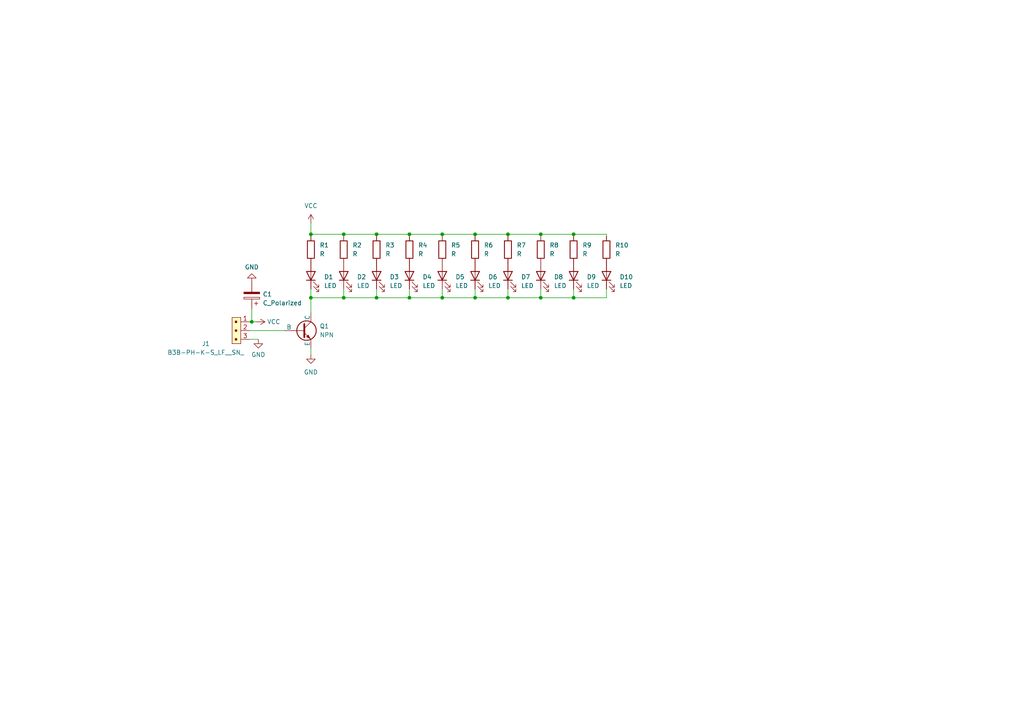
<source format=kicad_sch>
(kicad_sch (version 20230121) (generator eeschema)
  (paper "A4")
  (lib_symbols
    (symbol "Device:C_Polarized" (pin_numbers hide) (pin_names (offset 0.254))
      (property "Reference" "C" (at 0.635 2.54 0))
      (property "Value" "C_Polarized" (at 0.635 -2.54 0))
      (symbol "C_Polarized_0_1"
        (rectangle (start -2.286 0.508) (end 2.286 1.016))
        (polyline (pts (xy -1.778 2.286) (xy -0.762 2.286)))
        (polyline (pts (xy -1.27 2.794) (xy -1.27 1.778)))
        (rectangle (start 2.286 -0.508) (end -2.286 -1.016) (fill (type outline)))
      )
      (symbol "C_Polarized_1_1"
        (pin passive line (at 0 3.81 270) (length 2.794) (name "~") (number "1"))
        (pin passive line (at 0 -3.81 90) (length 2.794) (name "~") (number "2"))
      )
    )
    (symbol "Device:LED" (pin_numbers hide) (pin_names (offset 1.016) hide)
      (property "Reference" "D" (at 0 2.54 0))
      (property "Value" "LED" (at 0 -2.54 0))
      (symbol "LED_0_1"
        (polyline (pts (xy -1.27 -1.27) (xy -1.27 1.27)) (stroke (width 0.254)))
        (polyline (pts (xy -1.27 0) (xy 1.27 0)))
        (polyline (pts (xy 1.27 -1.27) (xy 1.27 1.27) (xy -1.27 0) (xy 1.27 -1.27)) (stroke (width 0.254)))
        (polyline (pts (xy -3.048 -0.762) (xy -4.572 -2.286) (xy -3.81 -2.286) (xy -4.572 -2.286) (xy -4.572 -1.524)))
        (polyline (pts (xy -1.778 -0.762) (xy -3.302 -2.286) (xy -2.54 -2.286) (xy -3.302 -2.286) (xy -3.302 -1.524)))
      )
      (symbol "LED_1_1"
        (pin passive line (at -3.81 0 0) (length 2.54) (name "K") (number "1"))
        (pin passive line (at 3.81 0 180) (length 2.54) (name "A") (number "2"))
      )
    )
    (symbol "Device:R" (pin_numbers hide) (pin_names (offset 0))
      (property "Reference" "R" (at 2.032 0 90))
      (property "Value" "R" (at 0 0 90))
      (symbol "R_0_1"
        (rectangle (start -1.016 -2.54) (end 1.016 2.54) (stroke (width 0.254)))
      )
      (symbol "R_1_1"
        (pin passive line (at 0 3.81 270) (length 1.27) (name "~") (number "1"))
        (pin passive line (at 0 -3.81 90) (length 1.27) (name "~") (number "2"))
      )
    )
    (symbol "Simulation_SPICE:NPN" (pin_numbers hide) (pin_names (offset 0))
      (property "Reference" "Q" (at -2.54 7.62 0))
      (property "Value" "NPN" (at -2.54 5.08 0))
      (symbol "NPN_0_1"
        (polyline (pts (xy -2.54 0) (xy 0.635 0)) (stroke (width 0.1524)))
        (polyline (pts (xy 0.635 0.635) (xy 2.54 2.54)))
        (polyline (pts (xy 2.794 -1.27) (xy 2.794 -1.27)) (stroke (width 0.1524)))
        (polyline (pts (xy 2.794 -1.27) (xy 2.794 -1.27)) (stroke (width 0.1524)))
        (polyline (pts (xy 0.635 -0.635) (xy 2.54 -2.54) (xy 2.54 -2.54)))
        (polyline (pts (xy 0.635 1.905) (xy 0.635 -1.905) (xy 0.635 -1.905)) (stroke (width 0.508)))
        (polyline (pts (xy 1.27 -1.778) (xy 1.778 -1.27) (xy 2.286 -2.286) (xy 1.27 -1.778) (xy 1.27 -1.778)) (fill (type outline)))
        (circle (center 1.27 0) (radius 2.8194) (stroke (width 0.254)))
      )
      (symbol "NPN_1_1"
        (pin open_collector line (at 2.54 5.08 270) (length 2.54) (name "C") (number "1"))
        (pin input line (at -5.08 0 0) (length 2.54) (name "B") (number "2"))
        (pin open_emitter line (at 2.54 -5.08 90) (length 2.54) (name "E") (number "3"))
      )
    )
    (symbol "dk_Rectangular-Connectors-Headers-Male-Pins:B3B-PH-K-S_LF__SN_" (pin_names (offset 1.016))
      (property "Reference" "J" (at -2.54 2.54 0))
      (property "Value" "B3B-PH-K-S_LF__SN_" (at 2.54 -2.54 0))
      (symbol "B3B-PH-K-S_LF__SN__1_1"
        (rectangle (start -1.27 1.27) (end 6.35 -1.27) (fill (type background)))
        (rectangle (start -0.254 0.127) (end 0.254 -0.381) (fill (type outline)))
        (rectangle (start 2.286 0.127) (end 2.794 -0.381) (fill (type outline)))
        (rectangle (start 4.826 0.127) (end 5.334 -0.381) (fill (type outline)))
        (pin passive line (at 0 3.81 270) (length 2.54) (name "~") (number "1"))
        (pin passive line (at 2.54 3.81 270) (length 2.54) (name "~") (number "2"))
        (pin passive line (at 5.08 3.81 270) (length 2.54) (name "~") (number "3"))
      )
    )
    (symbol "power:GND" (power) (pin_names (offset 0))
      (property "Value" "GND" (at 0 -3.81 0))
      (symbol "GND_0_1"
        (polyline (pts (xy 0 0) (xy 0 -1.27) (xy 1.27 -1.27) (xy 0 -2.54) (xy -1.27 -1.27) (xy 0 -1.27)))
      )
      (symbol "GND_1_1"
        (pin power_in line (at 0 0 270) (length 0) hide (name "GND") (number "1"))
      )
    )
    (symbol "power:VCC" (power) (pin_names (offset 0))
      (property "Value" "VCC" (at 0 3.81 0))
      (symbol "VCC_0_1"
        (polyline (pts (xy -0.762 1.27) (xy 0 2.54)))
        (polyline (pts (xy 0 0) (xy 0 2.54)))
        (polyline (pts (xy 0 2.54) (xy 0.762 1.27)))
      )
      (symbol "VCC_1_1"
        (pin power_in line (at 0 0 90) (length 0) hide (name "VCC") (number "1"))
      )
    )
  )
  (junction (at 90.17 67.945))
  (junction (at 128.27 67.945))
  (junction (at 128.27 86.36))
  (junction (at 99.695 86.36))
  (junction (at 109.22 67.945))
  (junction (at 147.32 86.36))
  (junction (at 99.695 67.945))
  (junction (at 109.22 86.36))
  (junction (at 166.37 86.36))
  (junction (at 118.745 86.36))
  (junction (at 137.795 67.945))
  (junction (at 156.845 67.945))
  (junction (at 147.32 67.945))
  (junction (at 137.795 86.36))
  (junction (at 118.745 67.945))
  (junction (at 90.17 86.36))
  (junction (at 156.845 86.36))
  (junction (at 166.37 67.945))
  (junction (at 73.025 93.345))
  (wire (pts (xy 90.17 67.945) (xy 90.17 68.58)))
  (wire (pts (xy 156.845 86.36) (xy 156.845 83.82)))
  (wire (pts (xy 166.37 67.945) (xy 175.895 67.945)))
  (wire (pts (xy 90.17 86.36) (xy 90.17 83.82)))
  (wire (pts (xy 147.32 67.945) (xy 147.32 68.58)))
  (wire (pts (xy 118.745 86.36) (xy 128.27 86.36)))
  (wire (pts (xy 147.32 86.36) (xy 147.32 83.82)))
  (wire (pts (xy 109.22 67.945) (xy 109.22 68.58)))
  (wire (pts (xy 99.695 86.36) (xy 99.695 83.82)))
  (wire (pts (xy 99.695 67.945) (xy 99.695 68.58)))
  (wire (pts (xy 137.795 67.945) (xy 147.32 67.945)))
  (wire (pts (xy 156.845 67.945) (xy 156.845 68.58)))
  (wire (pts (xy 166.37 67.945) (xy 166.37 68.58)))
  (wire (pts (xy 128.27 86.36) (xy 128.27 83.82)))
  (wire (pts (xy 72.39 93.345) (xy 73.025 93.345)))
  (wire (pts (xy 90.17 86.36) (xy 90.17 90.805)))
  (wire (pts (xy 73.025 89.535) (xy 73.025 93.345)))
  (wire (pts (xy 118.745 67.945) (xy 118.745 68.58)))
  (wire (pts (xy 90.17 86.36) (xy 99.695 86.36)))
  (wire (pts (xy 109.22 86.36) (xy 109.22 83.82)))
  (wire (pts (xy 128.27 67.945) (xy 137.795 67.945)))
  (wire (pts (xy 147.32 86.36) (xy 156.845 86.36)))
  (wire (pts (xy 147.32 67.945) (xy 156.845 67.945)))
  (wire (pts (xy 175.895 67.945) (xy 175.895 68.58)))
  (wire (pts (xy 90.17 67.945) (xy 99.695 67.945)))
  (wire (pts (xy 74.295 93.345) (xy 73.025 93.345)))
  (wire (pts (xy 156.845 67.945) (xy 166.37 67.945)))
  (wire (pts (xy 99.695 86.36) (xy 109.22 86.36)))
  (wire (pts (xy 137.795 86.36) (xy 147.32 86.36)))
  (wire (pts (xy 72.39 98.425) (xy 74.93 98.425)))
  (wire (pts (xy 137.795 86.36) (xy 137.795 83.82)))
  (wire (pts (xy 175.895 86.36) (xy 175.895 83.82)))
  (wire (pts (xy 99.695 67.945) (xy 109.22 67.945)))
  (wire (pts (xy 118.745 86.36) (xy 118.745 83.82)))
  (wire (pts (xy 90.17 100.965) (xy 90.17 102.87)))
  (wire (pts (xy 166.37 86.36) (xy 175.895 86.36)))
  (wire (pts (xy 137.795 67.945) (xy 137.795 68.58)))
  (wire (pts (xy 128.27 67.945) (xy 128.27 68.58)))
  (wire (pts (xy 118.745 67.945) (xy 128.27 67.945)))
  (wire (pts (xy 72.39 95.885) (xy 82.55 95.885)))
  (wire (pts (xy 109.22 67.945) (xy 118.745 67.945)))
  (wire (pts (xy 90.17 64.77) (xy 90.17 67.945)))
  (wire (pts (xy 128.27 86.36) (xy 137.795 86.36)))
  (wire (pts (xy 166.37 86.36) (xy 166.37 83.82)))
  (wire (pts (xy 109.22 86.36) (xy 118.745 86.36)))
  (wire (pts (xy 156.845 86.36) (xy 166.37 86.36)))
  (symbol (lib_id "Device:R") (at 156.845 72.39 0) (unit 1)
    (property "Reference" "R8" (at 159.385 71.12 0) (effects (justify left)))
    (property "Value" "R" (at 159.385 73.66 0) (effects (justify left)))
    (property "Footprint" "Resistor_SMD:R_1206_3216Metric_Pad1.30x1.75mm_HandSolder" (effects hide))
  )
  (symbol (lib_id "Device:R") (at 147.32 72.39 0) (unit 1)
    (property "Reference" "R7" (at 149.86 71.12 0) (effects (justify left)))
    (property "Value" "R" (at 149.86 73.66 0) (effects (justify left)))
    (property "Footprint" "Resistor_SMD:R_1206_3216Metric_Pad1.30x1.75mm_HandSolder" (effects hide))
  )
  (symbol (lib_id "Device:LED") (at 109.22 80.01 90) (unit 1)
    (property "Reference" "D3" (at 113.03 80.3275 90) (effects (justify right)))
    (property "Value" "LED" (at 113.03 82.8675 90) (effects (justify right)))
    (property "Footprint" "SMD_LED:LED_Yuji_5730_proper" (effects hide))
  )
  (symbol (lib_id "Device:R") (at 166.37 72.39 0) (unit 1)
    (property "Reference" "R9" (at 168.91 71.12 0) (effects (justify left)))
    (property "Value" "R" (at 168.91 73.66 0) (effects (justify left)))
    (property "Footprint" "Resistor_SMD:R_1206_3216Metric_Pad1.30x1.75mm_HandSolder" (effects hide))
  )
  (symbol (lib_id "Device:LED") (at 156.845 80.01 90) (unit 1)
    (property "Reference" "D8" (at 160.655 80.3275 90) (effects (justify right)))
    (property "Value" "LED" (at 160.655 82.8675 90) (effects (justify right)))
    (property "Footprint" "SMD_LED:LED_Yuji_5730_proper" (effects hide))
  )
  (symbol (lib_id "power:VCC") (at 74.295 93.345 270) (unit 1)
    (property "Reference" "#PWR02" (effects hide))
    (property "Value" "VCC" (at 77.47 93.345 90) (effects (justify left)))
  )
  (symbol (lib_id "power:VCC") (at 90.17 64.77 0) (unit 1)
    (property "Reference" "#PWR04" (effects hide))
    (property "Value" "VCC" (at 90.17 59.69 0))
  )
  (symbol (lib_id "Device:LED") (at 137.795 80.01 90) (unit 1)
    (property "Reference" "D6" (at 141.605 80.3275 90) (effects (justify right)))
    (property "Value" "LED" (at 141.605 82.8675 90) (effects (justify right)))
    (property "Footprint" "SMD_LED:LED_Yuji_5730_proper" (effects hide))
  )
  (symbol (lib_id "Device:LED") (at 118.745 80.01 90) (unit 1)
    (property "Reference" "D4" (at 122.555 80.3275 90) (effects (justify right)))
    (property "Value" "LED" (at 122.555 82.8675 90) (effects (justify right)))
    (property "Footprint" "SMD_LED:LED_Yuji_5730_proper" (effects hide))
  )
  (symbol (lib_id "Device:R") (at 175.895 72.39 0) (unit 1)
    (property "Reference" "R10" (at 178.435 71.12 0) (effects (justify left)))
    (property "Value" "R" (at 178.435 73.66 0) (effects (justify left)))
    (property "Footprint" "Resistor_SMD:R_1206_3216Metric_Pad1.30x1.75mm_HandSolder" (effects hide))
  )
  (symbol (lib_id "Device:LED") (at 99.695 80.01 90) (unit 1)
    (property "Reference" "D2" (at 103.505 80.3275 90) (effects (justify right)))
    (property "Value" "LED" (at 103.505 82.8675 90) (effects (justify right)))
    (property "Footprint" "SMD_LED:LED_Yuji_5730_proper" (effects hide))
  )
  (symbol (lib_id "Device:LED") (at 147.32 80.01 90) (unit 1)
    (property "Reference" "D7" (at 151.13 80.3275 90) (effects (justify right)))
    (property "Value" "LED" (at 151.13 82.8675 90) (effects (justify right)))
    (property "Footprint" "SMD_LED:LED_Yuji_5730_proper" (effects hide))
  )
  (symbol (lib_id "Device:R") (at 90.17 72.39 0) (unit 1)
    (property "Reference" "R1" (at 92.71 71.12 0) (effects (justify left)))
    (property "Value" "R" (at 92.71 73.66 0) (effects (justify left)))
    (property "Footprint" "Resistor_SMD:R_1206_3216Metric_Pad1.30x1.75mm_HandSolder" (effects hide))
  )
  (symbol (lib_id "Device:R") (at 118.745 72.39 0) (unit 1)
    (property "Reference" "R4" (at 121.285 71.12 0) (effects (justify left)))
    (property "Value" "R" (at 121.285 73.66 0) (effects (justify left)))
    (property "Footprint" "Resistor_SMD:R_1206_3216Metric_Pad1.30x1.75mm_HandSolder" (effects hide))
  )
  (symbol (lib_id "Device:LED") (at 90.17 80.01 90) (unit 1)
    (property "Reference" "D1" (at 93.98 80.3275 90) (effects (justify right)))
    (property "Value" "LED" (at 93.98 82.8675 90) (effects (justify right)))
    (property "Footprint" "SMD_LED:LED_Yuji_5730_proper" (effects hide))
  )
  (symbol (lib_id "Device:R") (at 137.795 72.39 0) (unit 1)
    (property "Reference" "R6" (at 140.335 71.12 0) (effects (justify left)))
    (property "Value" "R" (at 140.335 73.66 0) (effects (justify left)))
    (property "Footprint" "Resistor_SMD:R_1206_3216Metric_Pad1.30x1.75mm_HandSolder" (effects hide))
  )
  (symbol (lib_id "Device:C_Polarized") (at 73.025 85.725 180) (unit 1)
    (property "Reference" "C1" (at 76.2 85.344 0) (effects (justify right)))
    (property "Value" "C_Polarized" (at 76.2 87.884 0) (effects (justify right)))
    (property "Footprint" "Capacitor_Tantalum_SMD:CP_EIA-2012-15_AVX-P" (effects hide))
  )
  (symbol (lib_id "power:GND") (at 90.17 102.87 0) (unit 1)
    (property "Reference" "#PWR05" (effects hide))
    (property "Value" "GND" (at 90.17 107.95 0))
  )
  (symbol (lib_id "dk_Rectangular-Connectors-Headers-Male-Pins:B3B-PH-K-S_LF__SN_") (at 68.58 93.345 270) (unit 1)
    (property "Reference" "J1" (at 59.69 99.695 90))
    (property "Value" "B3B-PH-K-S_LF__SN_" (at 59.69 102.235 90))
    (property "Footprint" "digikey-footprints:PinHeader_1x3_P2mm_Drill1mm" (effects hide))
    (property "Datasheet" "http://www.jst-mfg.com/product/pdf/eng/ePH.pdf" (effects hide))
    (property "Digi-Key_PN" "455-1705-ND" (effects hide))
    (property "MPN" "B3B-PH-K-S(LF)(SN)" (effects hide))
    (property "Category" "Connectors, Interconnects" (effects hide))
    (property "Family" "Rectangular Connectors - Headers, Male Pins" (effects hide))
    (property "DK_Datasheet_Link" "http://www.jst-mfg.com/product/pdf/eng/ePH.pdf" (effects hide))
    (property "DK_Detail_Page" "/product-detail/en/jst-sales-america-inc/B3B-PH-K-S(LF)(SN)/455-1705-ND/926612" (effects hide))
    (property "Description" "CONN HEADER VERT 3POS 2MM" (effects hide))
    (property "Manufacturer" "JST Sales America Inc." (effects hide))
    (property "Status" "Active" (effects hide))
  )
  (symbol (lib_id "Device:LED") (at 175.895 80.01 90) (unit 1)
    (property "Reference" "D10" (at 179.705 80.3275 90) (effects (justify right)))
    (property "Value" "LED" (at 179.705 82.8675 90) (effects (justify right)))
    (property "Footprint" "SMD_LED:LED_Yuji_5730_proper" (effects hide))
  )
  (symbol (lib_id "Device:LED") (at 166.37 80.01 90) (unit 1)
    (property "Reference" "D9" (at 170.18 80.3275 90) (effects (justify right)))
    (property "Value" "LED" (at 170.18 82.8675 90) (effects (justify right)))
    (property "Footprint" "SMD_LED:LED_Yuji_5730_proper" (effects hide))
  )
  (symbol (lib_id "power:GND") (at 74.93 98.425 0) (unit 1)
    (property "Reference" "#PWR03" (effects hide))
    (property "Value" "GND" (at 74.93 102.87 0))
  )
  (symbol (lib_id "power:GND") (at 73.025 81.915 180) (unit 1)
    (property "Reference" "#PWR01" (effects hide))
    (property "Value" "GND" (at 73.025 77.47 0))
  )
  (symbol (lib_id "Device:R") (at 99.695 72.39 0) (unit 1)
    (property "Reference" "R2" (at 102.235 71.12 0) (effects (justify left)))
    (property "Value" "R" (at 102.235 73.66 0) (effects (justify left)))
    (property "Footprint" "Resistor_SMD:R_1206_3216Metric_Pad1.30x1.75mm_HandSolder" (effects hide))
  )
  (symbol (lib_id "Simulation_SPICE:NPN") (at 87.63 95.885 0) (unit 1)
    (property "Reference" "Q1" (at 92.71 94.615 0) (effects (justify left)))
    (property "Value" "NPN" (at 92.71 97.155 0) (effects (justify left)))
    (property "Footprint" "Package_TO_SOT_SMD:SOT-23-5_HandSoldering" (effects hide))
    (property "Sim.Device" "NPN" (effects hide))
    (property "Sim.Type" "GUMMELPOON" (effects hide))
    (property "Sim.Pins" "1=C 2=B 3=E" (effects hide))
  )
  (symbol (lib_id "Device:R") (at 109.22 72.39 0) (unit 1)
    (property "Reference" "R3" (at 111.76 71.12 0) (effects (justify left)))
    (property "Value" "R" (at 111.76 73.66 0) (effects (justify left)))
    (property "Footprint" "Resistor_SMD:R_1206_3216Metric_Pad1.30x1.75mm_HandSolder" (effects hide))
  )
  (symbol (lib_id "Device:LED") (at 128.27 80.01 90) (unit 1)
    (property "Reference" "D5" (at 132.08 80.3275 90) (effects (justify right)))
    (property "Value" "LED" (at 132.08 82.8675 90) (effects (justify right)))
    (property "Footprint" "SMD_LED:LED_Yuji_5730_proper" (effects hide))
  )
  (symbol (lib_id "Device:R") (at 128.27 72.39 0) (unit 1)
    (property "Reference" "R5" (at 130.81 71.12 0) (effects (justify left)))
    (property "Value" "R" (at 130.81 73.66 0) (effects (justify left)))
    (property "Footprint" "Resistor_SMD:R_1206_3216Metric_Pad1.30x1.75mm_HandSolder" (effects hide))
  )
)
</source>
